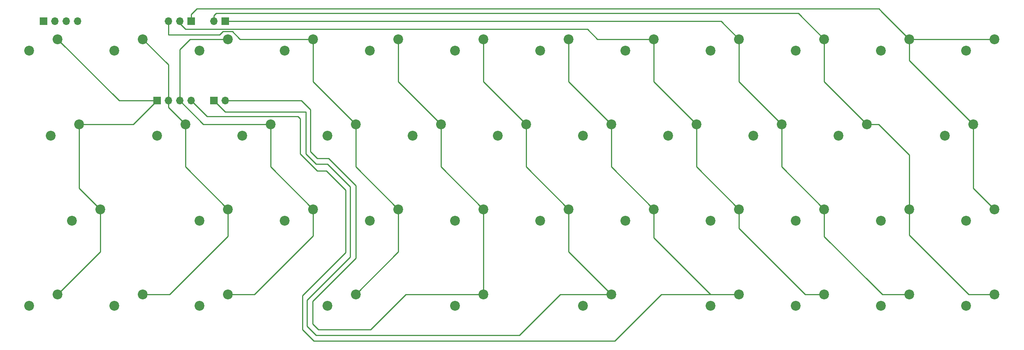
<source format=gtl>
G04 #@! TF.GenerationSoftware,KiCad,Pcbnew,(6.0.2-0)*
G04 #@! TF.CreationDate,2022-07-23T12:51:22+10:00*
G04 #@! TF.ProjectId,keyboard-with-attached-pico,6b657962-6f61-4726-942d-776974682d61,1.01*
G04 #@! TF.SameCoordinates,Original*
G04 #@! TF.FileFunction,Copper,L1,Top*
G04 #@! TF.FilePolarity,Positive*
%FSLAX46Y46*%
G04 Gerber Fmt 4.6, Leading zero omitted, Abs format (unit mm)*
G04 Created by KiCad (PCBNEW (6.0.2-0)) date 2022-07-23 12:51:22*
%MOMM*%
%LPD*%
G01*
G04 APERTURE LIST*
G04 #@! TA.AperFunction,ComponentPad*
%ADD10C,2.200000*%
G04 #@! TD*
G04 #@! TA.AperFunction,ComponentPad*
%ADD11R,1.700000X1.700000*%
G04 #@! TD*
G04 #@! TA.AperFunction,ComponentPad*
%ADD12O,1.700000X1.700000*%
G04 #@! TD*
G04 #@! TA.AperFunction,Conductor*
%ADD13C,0.250000*%
G04 #@! TD*
G04 APERTURE END LIST*
D10*
X109855000Y-119840000D03*
X103505000Y-122380000D03*
X128905000Y-119840000D03*
X122555000Y-122380000D03*
D11*
X144780000Y-133604000D03*
D12*
X147320000Y-133604000D03*
D10*
X319405000Y-119840000D03*
X313055000Y-122380000D03*
X195580000Y-138890000D03*
X189230000Y-141430000D03*
X252730000Y-138890000D03*
X246380000Y-141430000D03*
X300355000Y-157940000D03*
X294005000Y-160480000D03*
X300355000Y-119840000D03*
X294005000Y-122380000D03*
X186055000Y-119840000D03*
X179705000Y-122380000D03*
X262255000Y-157940000D03*
X255905000Y-160480000D03*
X205105000Y-157940000D03*
X198755000Y-160480000D03*
X271780000Y-138890000D03*
X265430000Y-141430000D03*
X233680000Y-176990000D03*
X227330000Y-179530000D03*
X281305000Y-119840000D03*
X274955000Y-122380000D03*
X233680000Y-138890000D03*
X227330000Y-141430000D03*
X176530000Y-138890000D03*
X170180000Y-141430000D03*
X138430000Y-138890000D03*
X132080000Y-141430000D03*
D11*
X132080000Y-133604000D03*
D12*
X134620000Y-133604000D03*
X137160000Y-133604000D03*
X139700000Y-133604000D03*
D10*
X114617500Y-138890000D03*
X108267500Y-141430000D03*
X186055000Y-157940000D03*
X179705000Y-160480000D03*
X281305000Y-176990000D03*
X274955000Y-179530000D03*
X147955000Y-119840000D03*
X141605000Y-122380000D03*
X167005000Y-119840000D03*
X160655000Y-122380000D03*
X214630000Y-138890000D03*
X208280000Y-141430000D03*
X147955000Y-157940000D03*
X141605000Y-160480000D03*
X290830000Y-138890000D03*
X284480000Y-141430000D03*
X157480000Y-138890000D03*
X151130000Y-141430000D03*
X119380000Y-157940000D03*
X113030000Y-160480000D03*
D11*
X139700000Y-115824000D03*
D12*
X137160000Y-115824000D03*
X134620000Y-115824000D03*
D10*
X243205000Y-119840000D03*
X236855000Y-122380000D03*
X224155000Y-157940000D03*
X217805000Y-160480000D03*
X319405000Y-176990000D03*
X313055000Y-179530000D03*
X262255000Y-119840000D03*
X255905000Y-122380000D03*
X319405000Y-157940000D03*
X313055000Y-160480000D03*
X205105000Y-119840000D03*
X198755000Y-122380000D03*
D11*
X147320000Y-115824000D03*
D12*
X144780000Y-115824000D03*
D10*
X167005000Y-157940000D03*
X160655000Y-160480000D03*
X147955000Y-176990000D03*
X141605000Y-179530000D03*
X314642500Y-138890000D03*
X308292500Y-141430000D03*
X243205000Y-157940000D03*
X236855000Y-160480000D03*
X281305000Y-157940000D03*
X274955000Y-160480000D03*
X205105000Y-176990000D03*
X198755000Y-179530000D03*
X262255000Y-176990000D03*
X255905000Y-179530000D03*
X300355000Y-176990000D03*
X294005000Y-179530000D03*
X109855000Y-176990000D03*
X103505000Y-179530000D03*
X176530000Y-176990000D03*
X170180000Y-179530000D03*
X128905000Y-176990000D03*
X122555000Y-179530000D03*
X224155000Y-119840000D03*
X217805000Y-122380000D03*
D11*
X106680000Y-115824000D03*
D12*
X109220000Y-115824000D03*
X111760000Y-115824000D03*
X114300000Y-115824000D03*
D13*
X126794000Y-138890000D02*
X132080000Y-133604000D01*
X114617500Y-138890000D02*
X114617500Y-153177500D01*
X114617500Y-138890000D02*
X126794000Y-138890000D01*
X114617500Y-153177500D02*
X119380000Y-157940000D01*
X123619000Y-133604000D02*
X109855000Y-119840000D01*
X119380000Y-167465000D02*
X109855000Y-176990000D01*
X119380000Y-157940000D02*
X119380000Y-167465000D01*
X132080000Y-133604000D02*
X123619000Y-133604000D01*
X134620000Y-135080000D02*
X134620000Y-133604000D01*
X147955000Y-157940000D02*
X147955000Y-163957000D01*
X138430000Y-138890000D02*
X134620000Y-135080000D01*
X147955000Y-163957000D02*
X134922000Y-176990000D01*
X134620000Y-133604000D02*
X134620000Y-125555000D01*
X134620000Y-125555000D02*
X128905000Y-119840000D01*
X134922000Y-176990000D02*
X128905000Y-176990000D01*
X138430000Y-138890000D02*
X138430000Y-148415000D01*
X138430000Y-148415000D02*
X147955000Y-157940000D01*
X142446000Y-138890000D02*
X143050000Y-138890000D01*
X167005000Y-157940000D02*
X167005000Y-163838081D01*
X137160000Y-133604000D02*
X142446000Y-138890000D01*
X157480000Y-148415000D02*
X167005000Y-157940000D01*
X139494000Y-119840000D02*
X137160000Y-122174000D01*
X137160000Y-122174000D02*
X137160000Y-133604000D01*
X153853081Y-176990000D02*
X147955000Y-176990000D01*
X157480000Y-138890000D02*
X157480000Y-148415000D01*
X147955000Y-119840000D02*
X139494000Y-119840000D01*
X157480000Y-138890000D02*
X143050000Y-138890000D01*
X167005000Y-163838081D02*
X153853081Y-176990000D01*
X150670000Y-119840000D02*
X150416000Y-119586000D01*
X176530000Y-148415000D02*
X186055000Y-157940000D01*
X186055000Y-167465000D02*
X176530000Y-176990000D01*
X167005000Y-119840000D02*
X167005000Y-129365000D01*
X167005000Y-129365000D02*
X171347000Y-133707000D01*
X186055000Y-157940000D02*
X186055000Y-167465000D01*
X146812000Y-118110000D02*
X146050000Y-118872000D01*
X171347000Y-133707000D02*
X176530000Y-138890000D01*
X150416000Y-119555000D02*
X148971000Y-118110000D01*
X167005000Y-119840000D02*
X150670000Y-119840000D01*
X176530000Y-138890000D02*
X176530000Y-148415000D01*
X148971000Y-118110000D02*
X146812000Y-118110000D01*
X150416000Y-119586000D02*
X150416000Y-119555000D01*
X146050000Y-118872000D02*
X134620000Y-118872000D01*
X134620000Y-118872000D02*
X134620000Y-115824000D01*
X186055000Y-119840000D02*
X186055000Y-129365000D01*
X187754000Y-176990000D02*
X205105000Y-176990000D01*
X164338000Y-133604000D02*
X166370000Y-135636000D01*
X147320000Y-133604000D02*
X164338000Y-133604000D01*
X176530000Y-152654000D02*
X176530000Y-168910000D01*
X168148000Y-184912000D02*
X179832000Y-184912000D01*
X166370000Y-145034000D02*
X167894000Y-146558000D01*
X186055000Y-129365000D02*
X195580000Y-138890000D01*
X166878000Y-178562000D02*
X166878000Y-183642000D01*
X176530000Y-168910000D02*
X166878000Y-178562000D01*
X166878000Y-183642000D02*
X168148000Y-184912000D01*
X166370000Y-135636000D02*
X166370000Y-145034000D01*
X195580000Y-148415000D02*
X205105000Y-157940000D01*
X167894000Y-146558000D02*
X170434000Y-146558000D01*
X170434000Y-146558000D02*
X176530000Y-152654000D01*
X205105000Y-157940000D02*
X205105000Y-176990000D01*
X179832000Y-184912000D02*
X187754000Y-176990000D01*
X195580000Y-138890000D02*
X195580000Y-148415000D01*
X224155000Y-157940000D02*
X224155000Y-167465000D01*
X214630000Y-138890000D02*
X214630000Y-148415000D01*
X165608000Y-178308000D02*
X165608000Y-184150000D01*
X167640000Y-186182000D02*
X213106000Y-186182000D01*
X147320000Y-136144000D02*
X165354000Y-136144000D01*
X175260000Y-168656000D02*
X165608000Y-178308000D01*
X165354000Y-136144000D02*
X165354000Y-145542000D01*
X165608000Y-184150000D02*
X167640000Y-186182000D01*
X222298000Y-176990000D02*
X233680000Y-176990000D01*
X170180000Y-147828000D02*
X175260000Y-152908000D01*
X167640000Y-147828000D02*
X170180000Y-147828000D01*
X144780000Y-133604000D02*
X147320000Y-136144000D01*
X205105000Y-129365000D02*
X214630000Y-138890000D01*
X205105000Y-119840000D02*
X205105000Y-129365000D01*
X214630000Y-148415000D02*
X224155000Y-157940000D01*
X175260000Y-152908000D02*
X175260000Y-168656000D01*
X165354000Y-145542000D02*
X167640000Y-147828000D01*
X224155000Y-167465000D02*
X233680000Y-176990000D01*
X213106000Y-186182000D02*
X222298000Y-176990000D01*
X255876800Y-176990000D02*
X244904000Y-176990000D01*
X169926000Y-149352000D02*
X167894000Y-149352000D01*
X224155000Y-119840000D02*
X224155000Y-129365000D01*
X243205000Y-157940000D02*
X243205000Y-164318200D01*
X167894000Y-149352000D02*
X164084000Y-145542000D01*
X143256000Y-137160000D02*
X163576000Y-137160000D01*
X174244000Y-167640000D02*
X174244000Y-153670000D01*
X164084000Y-137668000D02*
X163576000Y-137160000D01*
X164592000Y-177292000D02*
X174244000Y-167640000D01*
X174244000Y-153670000D02*
X169926000Y-149352000D01*
X164592000Y-184912000D02*
X164592000Y-177292000D01*
X167132000Y-187452000D02*
X164592000Y-184912000D01*
X233680000Y-148415000D02*
X243205000Y-157940000D01*
X164084000Y-145542000D02*
X164084000Y-137668000D01*
X139700000Y-133604000D02*
X143256000Y-137160000D01*
X224155000Y-129365000D02*
X233680000Y-138890000D01*
X255876800Y-176990000D02*
X262255000Y-176990000D01*
X252549400Y-173662600D02*
X255876800Y-176990000D01*
X244904000Y-176990000D02*
X234442000Y-187452000D01*
X233680000Y-138890000D02*
X233680000Y-148415000D01*
X234442000Y-187452000D02*
X167132000Y-187452000D01*
X243205000Y-164318200D02*
X252549400Y-173662600D01*
X138430000Y-117602000D02*
X137160000Y-116332000D01*
X252730000Y-138890000D02*
X252730000Y-148415000D01*
X252730000Y-148415000D02*
X262255000Y-157940000D01*
X262255000Y-157940000D02*
X262255000Y-162211735D01*
X230584000Y-119840000D02*
X228346000Y-117602000D01*
X228346000Y-117602000D02*
X138430000Y-117602000D01*
X243205000Y-129365000D02*
X252730000Y-138890000D01*
X262255000Y-162211735D02*
X274303632Y-174260368D01*
X137160000Y-116332000D02*
X137160000Y-115824000D01*
X243205000Y-119840000D02*
X243205000Y-129365000D01*
X277033265Y-176990000D02*
X281305000Y-176990000D01*
X243205000Y-119840000D02*
X230584000Y-119840000D01*
X274303632Y-174260368D02*
X277033265Y-176990000D01*
X294287200Y-176990000D02*
X300355000Y-176990000D01*
X262255000Y-129365000D02*
X271780000Y-138890000D01*
X258239000Y-115824000D02*
X262255000Y-119840000D01*
X147320000Y-115824000D02*
X258239000Y-115824000D01*
X271780000Y-138890000D02*
X271780000Y-148415000D01*
X281305000Y-164007800D02*
X291820600Y-174523400D01*
X262255000Y-119840000D02*
X262255000Y-129365000D01*
X271780000Y-148415000D02*
X281305000Y-157940000D01*
X281305000Y-157940000D02*
X281305000Y-164007800D01*
X291820600Y-174523400D02*
X294287200Y-176990000D01*
X300355000Y-157940000D02*
X300355000Y-163703000D01*
X144780000Y-114554000D02*
X145288000Y-114046000D01*
X275511000Y-114046000D02*
X281305000Y-119840000D01*
X300355000Y-157940000D02*
X300355000Y-145775000D01*
X144780000Y-115824000D02*
X144780000Y-114554000D01*
X300355000Y-163703000D02*
X313642000Y-176990000D01*
X313642000Y-176990000D02*
X319405000Y-176990000D01*
X145288000Y-114046000D02*
X275511000Y-114046000D01*
X281305000Y-129365000D02*
X290830000Y-138890000D01*
X300355000Y-145775000D02*
X293470000Y-138890000D01*
X293470000Y-138890000D02*
X290830000Y-138890000D01*
X281305000Y-119840000D02*
X281305000Y-129365000D01*
X314642500Y-138890000D02*
X314642500Y-153177500D01*
X300355000Y-119840000D02*
X319405000Y-119840000D01*
X139700000Y-114300000D02*
X140970000Y-113030000D01*
X294854500Y-114339500D02*
X294092500Y-113577500D01*
X300355000Y-119840000D02*
X300355000Y-124602500D01*
X139700000Y-115824000D02*
X139700000Y-114300000D01*
X300355000Y-124602500D02*
X314642500Y-138890000D01*
X300355000Y-119840000D02*
X294854500Y-114339500D01*
X294854500Y-114339500D02*
X293545000Y-113030000D01*
X140970000Y-113030000D02*
X293545000Y-113030000D01*
X294092500Y-113577500D02*
X293878000Y-113363000D01*
X314642500Y-153177500D02*
X319405000Y-157940000D01*
M02*

</source>
